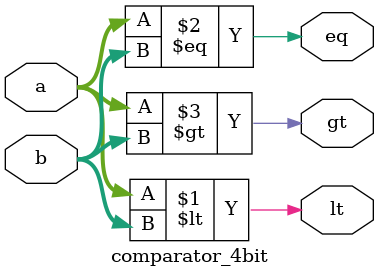
<source format=v>
module comparator_4bit(
  input [3:0] a,b,
  output lt,eq,gt
);
  
  //datflow model use of ( ) very crucial
  
  assign lt = (a<b);   // means lt becomes 1 if a < b.
  assign eq = (a==b);  // means eq becomes 1 if a = b.
  assign gt = (a>b);   // means gt becomes 1 if a > b.
  
endmodule

</source>
